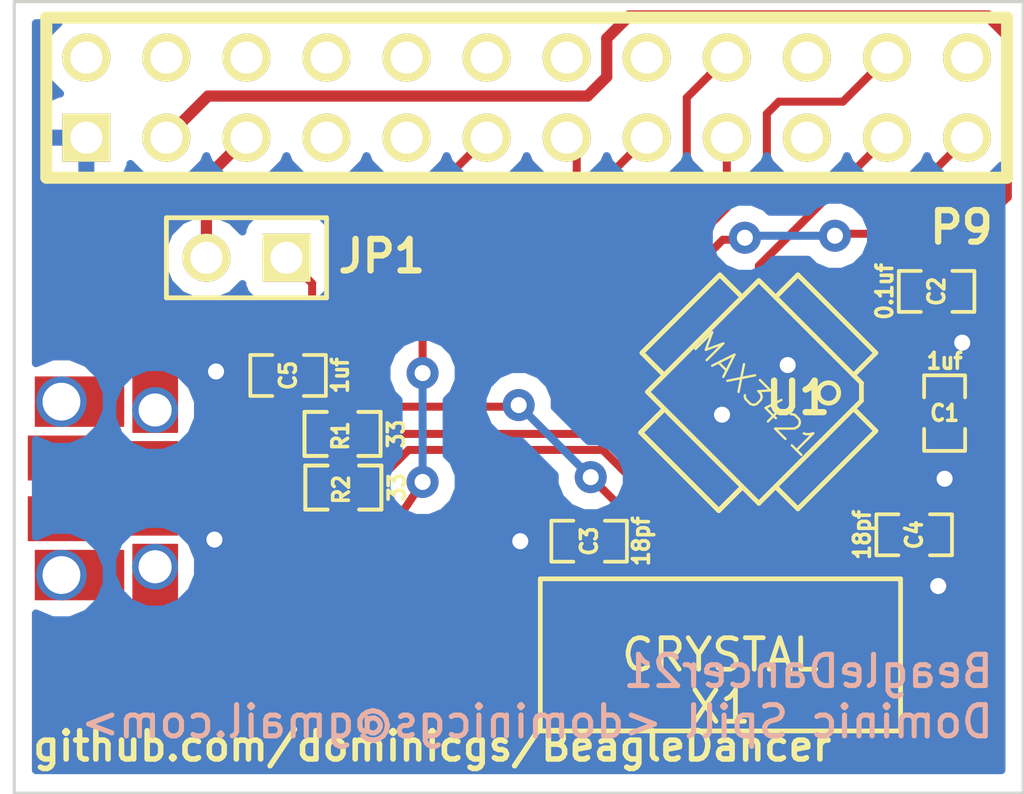
<source format=kicad_pcb>
(kicad_pcb (version 3) (host pcbnew "(2013-mar-13)-testing")

  (general
    (links 32)
    (no_connects 0)
    (area 191.001227 135.0518 230.428001 161.816001)
    (thickness 1.6)
    (drawings 9)
    (tracks 158)
    (zones 0)
    (modules 12)
    (nets 48)
  )

  (page A3)
  (title_block
    (title BeagleDancer)
    (comment 1 "License: BSD 3-Clause, http://goodfet.sourceforge.net/")
    (comment 2 "Copyright 2013 Dominic Spill")
  )

  (layers
    (15 F.Cu signal)
    (0 B.Cu signal)
    (16 B.Adhes user)
    (17 F.Adhes user)
    (18 B.Paste user)
    (19 F.Paste user)
    (20 B.SilkS user hide)
    (21 F.SilkS user)
    (22 B.Mask user)
    (23 F.Mask user)
    (24 Dwgs.User user)
    (25 Cmts.User user)
    (26 Eco1.User user)
    (27 Eco2.User user)
    (28 Edge.Cuts user)
  )

  (setup
    (last_trace_width 0.254)
    (trace_clearance 0.2032)
    (zone_clearance 0.508)
    (zone_45_only no)
    (trace_min 0.2032)
    (segment_width 0.2)
    (edge_width 0.1)
    (via_size 1.016)
    (via_drill 0.508)
    (via_min_size 0.889)
    (via_min_drill 0.508)
    (uvia_size 0.508)
    (uvia_drill 0.127)
    (uvias_allowed no)
    (uvia_min_size 0.508)
    (uvia_min_drill 0.127)
    (pcb_text_width 0.3)
    (pcb_text_size 1.5 1.5)
    (mod_edge_width 0.15)
    (mod_text_size 1 1)
    (mod_text_width 0.15)
    (pad_size 5.588 2.1082)
    (pad_drill 0)
    (pad_to_mask_clearance 0)
    (aux_axis_origin 0 0)
    (visible_elements FFFFFF7F)
    (pcbplotparams
      (layerselection 284196865)
      (usegerberextensions true)
      (excludeedgelayer true)
      (linewidth 0.150000)
      (plotframeref false)
      (viasonmask false)
      (mode 1)
      (useauxorigin false)
      (hpglpennumber 1)
      (hpglpenspeed 20)
      (hpglpendiameter 15)
      (hpglpenoverlay 2)
      (psnegative false)
      (psa4output false)
      (plotreference true)
      (plotvalue true)
      (plotothertext true)
      (plotinvisibletext false)
      (padsonsilk false)
      (subtractmaskfromsilk false)
      (outputformat 1)
      (mirror false)
      (drillshape 0)
      (scaleselection 1)
      (outputdirectory gerber/))
  )

  (net 0 "")
  (net 1 +3.3V)
  (net 2 +5V)
  (net 3 /D+)
  (net 4 /D-)
  (net 5 /RES)
  (net 6 /VBCOMP)
  (net 7 /XI)
  (net 8 /XO)
  (net 9 GND)
  (net 10 GPX)
  (net 11 INT)
  (net 12 N-000001)
  (net 13 N-0000010)
  (net 14 N-0000011)
  (net 15 N-0000012)
  (net 16 N-0000013)
  (net 17 N-0000014)
  (net 18 N-0000015)
  (net 19 N-0000017)
  (net 20 N-0000019)
  (net 21 N-0000021)
  (net 22 N-0000022)
  (net 23 N-0000028)
  (net 24 N-0000029)
  (net 25 N-000003)
  (net 26 N-0000030)
  (net 27 N-0000031)
  (net 28 N-0000032)
  (net 29 N-0000033)
  (net 30 N-0000035)
  (net 31 N-0000036)
  (net 32 N-0000037)
  (net 33 N-0000038)
  (net 34 N-0000039)
  (net 35 N-000004)
  (net 36 N-0000040)
  (net 37 N-0000041)
  (net 38 N-000005)
  (net 39 N-000006)
  (net 40 N-000007)
  (net 41 N-000008)
  (net 42 N-000009)
  (net 43 SPI0_CS0)
  (net 44 SPI0_D0)
  (net 45 SPI0_D1)
  (net 46 SPI0_SCLK)
  (net 47 USB_ID)

  (net_class Default "This is the default net class."
    (clearance 0.2032)
    (trace_width 0.254)
    (via_dia 1.016)
    (via_drill 0.508)
    (uvia_dia 0.508)
    (uvia_drill 0.127)
    (add_net "")
    (add_net /D+)
    (add_net /D-)
    (add_net /RES)
    (add_net /VBCOMP)
    (add_net /XI)
    (add_net /XO)
    (add_net GND)
    (add_net GPX)
    (add_net INT)
    (add_net N-000001)
    (add_net N-0000010)
    (add_net N-0000011)
    (add_net N-0000012)
    (add_net N-0000013)
    (add_net N-0000014)
    (add_net N-0000015)
    (add_net N-0000017)
    (add_net N-0000019)
    (add_net N-0000021)
    (add_net N-0000022)
    (add_net N-0000028)
    (add_net N-0000029)
    (add_net N-000003)
    (add_net N-0000030)
    (add_net N-0000031)
    (add_net N-0000032)
    (add_net N-0000033)
    (add_net N-0000035)
    (add_net N-0000036)
    (add_net N-0000037)
    (add_net N-0000038)
    (add_net N-0000039)
    (add_net N-000004)
    (add_net N-0000040)
    (add_net N-0000041)
    (add_net N-000005)
    (add_net N-000006)
    (add_net N-000007)
    (add_net N-000008)
    (add_net N-000009)
    (add_net SPI0_CS0)
    (add_net SPI0_D0)
    (add_net SPI0_D1)
    (add_net SPI0_SCLK)
    (add_net USB_ID)
  )

  (net_class Power ""
    (clearance 0.2032)
    (trace_width 0.29)
    (via_dia 1.016)
    (via_drill 0.508)
    (uvia_dia 0.508)
    (uvia_drill 0.127)
    (add_net +3.3V)
    (add_net +5V)
  )

  (module HC49-US (layer F.Cu) (tedit 51D3B519) (tstamp 51D3B17E)
    (at 220.7768 157.3784)
    (path /51D39898)
    (fp_text reference X1 (at 0 1.651) (layer F.SilkS)
      (effects (font (size 1 1) (thickness 0.15)))
    )
    (fp_text value CRYSTAL (at 0 0) (layer F.SilkS)
      (effects (font (size 1 1) (thickness 0.15)))
    )
    (fp_line (start -5.715 2.413) (end 5.715 2.413) (layer F.SilkS) (width 0.15))
    (fp_line (start 5.715 2.413) (end 5.715 -2.413) (layer F.SilkS) (width 0.15))
    (fp_line (start -5.715 -2.413) (end -5.715 2.413) (layer F.SilkS) (width 0.15))
    (fp_line (start -5.715 -2.413) (end 5.715 -2.413) (layer F.SilkS) (width 0.15))
    (fp_text user "" (at 0.01 -3.47) (layer F.SilkS)
      (effects (font (size 1 1) (thickness 0.15)))
    )
    (pad 1 smd rect (at -4.7498 0) (size 5.588 2.1082)
      (layers F.Cu F.Paste F.Mask)
      (net 7 /XI)
    )
    (pad 2 smd rect (at 4.7498 0) (size 5.588 2.1082)
      (layers F.Cu F.Paste F.Mask)
      (net 8 /XO)
    )
  )

  (module SM0603_Capa (layer F.Cu) (tedit 518DF3F7) (tstamp 518C9341)
    (at 227.8888 149.7076 270)
    (path /518C698C)
    (attr smd)
    (fp_text reference C1 (at 0 0 360) (layer F.SilkS)
      (effects (font (size 0.508 0.4572) (thickness 0.1143)))
    )
    (fp_text value 1uf (at -1.651 0 360) (layer F.SilkS)
      (effects (font (size 0.508 0.4572) (thickness 0.1143)))
    )
    (fp_line (start 0.50038 0.65024) (end 1.19888 0.65024) (layer F.SilkS) (width 0.11938))
    (fp_line (start -0.50038 0.65024) (end -1.19888 0.65024) (layer F.SilkS) (width 0.11938))
    (fp_line (start 0.50038 -0.65024) (end 1.19888 -0.65024) (layer F.SilkS) (width 0.11938))
    (fp_line (start -1.19888 -0.65024) (end -0.50038 -0.65024) (layer F.SilkS) (width 0.11938))
    (fp_line (start 1.19888 -0.635) (end 1.19888 0.635) (layer F.SilkS) (width 0.11938))
    (fp_line (start -1.19888 0.635) (end -1.19888 -0.635) (layer F.SilkS) (width 0.11938))
    (pad 1 smd rect (at -0.762 0 270) (size 0.635 1.143)
      (layers F.Cu F.Paste F.Mask)
      (net 1 +3.3V)
    )
    (pad 2 smd rect (at 0.762 0 270) (size 0.635 1.143)
      (layers F.Cu F.Paste F.Mask)
      (net 9 GND)
    )
    (model smd\capacitors\C0603.wrl
      (at (xyz 0 0 0.001))
      (scale (xyz 0.5 0.5 0.5))
      (rotate (xyz 0 0 0))
    )
  )

  (module SM0603_Capa (layer F.Cu) (tedit 5051B1EC) (tstamp 51D3B59B)
    (at 227.6348 145.8468)
    (path /518C697D)
    (attr smd)
    (fp_text reference C2 (at 0 0 90) (layer F.SilkS)
      (effects (font (size 0.508 0.4572) (thickness 0.1143)))
    )
    (fp_text value 0.1uf (at -1.651 0 90) (layer F.SilkS)
      (effects (font (size 0.508 0.4572) (thickness 0.1143)))
    )
    (fp_line (start 0.50038 0.65024) (end 1.19888 0.65024) (layer F.SilkS) (width 0.11938))
    (fp_line (start -0.50038 0.65024) (end -1.19888 0.65024) (layer F.SilkS) (width 0.11938))
    (fp_line (start 0.50038 -0.65024) (end 1.19888 -0.65024) (layer F.SilkS) (width 0.11938))
    (fp_line (start -1.19888 -0.65024) (end -0.50038 -0.65024) (layer F.SilkS) (width 0.11938))
    (fp_line (start 1.19888 -0.635) (end 1.19888 0.635) (layer F.SilkS) (width 0.11938))
    (fp_line (start -1.19888 0.635) (end -1.19888 -0.635) (layer F.SilkS) (width 0.11938))
    (pad 1 smd rect (at -0.762 0) (size 0.635 1.143)
      (layers F.Cu F.Paste F.Mask)
      (net 1 +3.3V)
    )
    (pad 2 smd rect (at 0.762 0) (size 0.635 1.143)
      (layers F.Cu F.Paste F.Mask)
      (net 9 GND)
    )
    (model smd\capacitors\C0603.wrl
      (at (xyz 0 0 0.001))
      (scale (xyz 0.5 0.5 0.5))
      (rotate (xyz 0 0 0))
    )
  )

  (module SM0603_Capa (layer F.Cu) (tedit 5051B1EC) (tstamp 51905F48)
    (at 216.6112 153.7716 180)
    (path /518C696E)
    (attr smd)
    (fp_text reference C3 (at 0 0 270) (layer F.SilkS)
      (effects (font (size 0.508 0.4572) (thickness 0.1143)))
    )
    (fp_text value 18pf (at -1.651 0 270) (layer F.SilkS)
      (effects (font (size 0.508 0.4572) (thickness 0.1143)))
    )
    (fp_line (start 0.50038 0.65024) (end 1.19888 0.65024) (layer F.SilkS) (width 0.11938))
    (fp_line (start -0.50038 0.65024) (end -1.19888 0.65024) (layer F.SilkS) (width 0.11938))
    (fp_line (start 0.50038 -0.65024) (end 1.19888 -0.65024) (layer F.SilkS) (width 0.11938))
    (fp_line (start -1.19888 -0.65024) (end -0.50038 -0.65024) (layer F.SilkS) (width 0.11938))
    (fp_line (start 1.19888 -0.635) (end 1.19888 0.635) (layer F.SilkS) (width 0.11938))
    (fp_line (start -1.19888 0.635) (end -1.19888 -0.635) (layer F.SilkS) (width 0.11938))
    (pad 1 smd rect (at -0.762 0 180) (size 0.635 1.143)
      (layers F.Cu F.Paste F.Mask)
      (net 7 /XI)
    )
    (pad 2 smd rect (at 0.762 0 180) (size 0.635 1.143)
      (layers F.Cu F.Paste F.Mask)
      (net 9 GND)
    )
    (model smd\capacitors\C0603.wrl
      (at (xyz 0 0 0.001))
      (scale (xyz 0.5 0.5 0.5))
      (rotate (xyz 0 0 0))
    )
  )

  (module SM0603_Capa (layer F.Cu) (tedit 5051B1EC) (tstamp 518D8BD1)
    (at 226.9236 153.5684)
    (path /518C69B4)
    (attr smd)
    (fp_text reference C4 (at 0 0 90) (layer F.SilkS)
      (effects (font (size 0.508 0.4572) (thickness 0.1143)))
    )
    (fp_text value 18pf (at -1.651 0 90) (layer F.SilkS)
      (effects (font (size 0.508 0.4572) (thickness 0.1143)))
    )
    (fp_line (start 0.50038 0.65024) (end 1.19888 0.65024) (layer F.SilkS) (width 0.11938))
    (fp_line (start -0.50038 0.65024) (end -1.19888 0.65024) (layer F.SilkS) (width 0.11938))
    (fp_line (start 0.50038 -0.65024) (end 1.19888 -0.65024) (layer F.SilkS) (width 0.11938))
    (fp_line (start -1.19888 -0.65024) (end -0.50038 -0.65024) (layer F.SilkS) (width 0.11938))
    (fp_line (start 1.19888 -0.635) (end 1.19888 0.635) (layer F.SilkS) (width 0.11938))
    (fp_line (start -1.19888 0.635) (end -1.19888 -0.635) (layer F.SilkS) (width 0.11938))
    (pad 1 smd rect (at -0.762 0) (size 0.635 1.143)
      (layers F.Cu F.Paste F.Mask)
      (net 8 /XO)
    )
    (pad 2 smd rect (at 0.762 0) (size 0.635 1.143)
      (layers F.Cu F.Paste F.Mask)
      (net 9 GND)
    )
    (model smd\capacitors\C0603.wrl
      (at (xyz 0 0 0.001))
      (scale (xyz 0.5 0.5 0.5))
      (rotate (xyz 0 0 0))
    )
  )

  (module SM0603_Capa (layer F.Cu) (tedit 518D82CE) (tstamp 518C9371)
    (at 207.0608 148.5138 180)
    (path /518C699B)
    (attr smd)
    (fp_text reference C5 (at 0 0 270) (layer F.SilkS)
      (effects (font (size 0.508 0.4572) (thickness 0.1143)))
    )
    (fp_text value 1uf (at -1.651 0 270) (layer F.SilkS)
      (effects (font (size 0.508 0.4572) (thickness 0.1143)))
    )
    (fp_line (start 0.50038 0.65024) (end 1.19888 0.65024) (layer F.SilkS) (width 0.11938))
    (fp_line (start -0.50038 0.65024) (end -1.19888 0.65024) (layer F.SilkS) (width 0.11938))
    (fp_line (start 0.50038 -0.65024) (end 1.19888 -0.65024) (layer F.SilkS) (width 0.11938))
    (fp_line (start -1.19888 -0.65024) (end -0.50038 -0.65024) (layer F.SilkS) (width 0.11938))
    (fp_line (start 1.19888 -0.635) (end 1.19888 0.635) (layer F.SilkS) (width 0.11938))
    (fp_line (start -1.19888 0.635) (end -1.19888 -0.635) (layer F.SilkS) (width 0.11938))
    (pad 1 smd rect (at -0.762 0 180) (size 0.635 1.143)
      (layers F.Cu F.Paste F.Mask)
      (net 6 /VBCOMP)
    )
    (pad 2 smd rect (at 0.762 0 180) (size 0.635 1.143)
      (layers F.Cu F.Paste F.Mask)
      (net 9 GND)
    )
    (model smd\capacitors\C0603.wrl
      (at (xyz 0 0 0.001))
      (scale (xyz 0.5 0.5 0.5))
      (rotate (xyz 0 0 0))
    )
  )

  (module pin_array_12x2 (layer F.Cu) (tedit 518DF3DF) (tstamp 518D9099)
    (at 214.63 139.7)
    (descr "Double rangee de contacts 2 x 12 pins")
    (tags CONN)
    (path /518C84D3)
    (fp_text reference P9 (at 0 -3.81) (layer F.SilkS) hide
      (effects (font (size 1.016 1.016) (thickness 0.254)))
    )
    (fp_text value BeagleBone (at 0 3.81) (layer F.SilkS) hide
      (effects (font (size 1.016 1.016) (thickness 0.2032)))
    )
    (fp_line (start -15.24 -2.54) (end -15.24 2.54) (layer F.SilkS) (width 0.381))
    (fp_line (start -15.24 2.54) (end 15.24 2.54) (layer F.SilkS) (width 0.381))
    (fp_line (start 15.24 2.54) (end 15.24 -2.54) (layer F.SilkS) (width 0.381))
    (fp_line (start 15.24 -2.54) (end -15.24 -2.54) (layer F.SilkS) (width 0.381))
    (pad 1 thru_hole rect (at -13.97 1.27) (size 1.524 1.524) (drill 1.016)
      (layers *.Cu *.Mask F.SilkS)
      (net 9 GND)
    )
    (pad 2 thru_hole circle (at -13.97 -1.27) (size 1.524 1.524) (drill 1.016)
      (layers *.Cu *.Mask F.SilkS)
      (net 26 N-0000030)
    )
    (pad 3 thru_hole circle (at -11.43 1.27) (size 1.524 1.524) (drill 1.016)
      (layers *.Cu *.Mask F.SilkS)
      (net 1 +3.3V)
    )
    (pad 4 thru_hole circle (at -11.43 -1.27) (size 1.524 1.524) (drill 1.016)
      (layers *.Cu *.Mask F.SilkS)
      (net 27 N-0000031)
    )
    (pad 5 thru_hole circle (at -8.89 1.27) (size 1.524 1.524) (drill 1.016)
      (layers *.Cu *.Mask F.SilkS)
      (net 2 +5V)
    )
    (pad 6 thru_hole circle (at -8.89 -1.27) (size 1.524 1.524) (drill 1.016)
      (layers *.Cu *.Mask F.SilkS)
      (net 28 N-0000032)
    )
    (pad 7 thru_hole circle (at -6.35 1.27) (size 1.524 1.524) (drill 1.016)
      (layers *.Cu *.Mask F.SilkS)
      (net 37 N-0000041)
    )
    (pad 8 thru_hole circle (at -6.35 -1.27) (size 1.524 1.524) (drill 1.016)
      (layers *.Cu *.Mask F.SilkS)
      (net 29 N-0000033)
    )
    (pad 9 thru_hole circle (at -3.81 1.27) (size 1.524 1.524) (drill 1.016)
      (layers *.Cu *.Mask F.SilkS)
      (net 36 N-0000040)
    )
    (pad 10 thru_hole circle (at -3.81 -1.27) (size 1.524 1.524) (drill 1.016)
      (layers *.Cu *.Mask F.SilkS)
      (net 23 N-0000028)
    )
    (pad 11 thru_hole circle (at -1.27 1.27) (size 1.524 1.524) (drill 1.016)
      (layers *.Cu *.Mask F.SilkS)
      (net 47 USB_ID)
    )
    (pad 12 thru_hole circle (at -1.27 -1.27) (size 1.524 1.524) (drill 1.016)
      (layers *.Cu *.Mask F.SilkS)
      (net 30 N-0000035)
    )
    (pad 13 thru_hole circle (at 1.27 1.27) (size 1.524 1.524) (drill 1.016)
      (layers *.Cu *.Mask F.SilkS)
      (net 10 GPX)
    )
    (pad 14 thru_hole circle (at 1.27 -1.27) (size 1.524 1.524) (drill 1.016)
      (layers *.Cu *.Mask F.SilkS)
      (net 31 N-0000036)
    )
    (pad 15 thru_hole circle (at 3.81 1.27) (size 1.524 1.524) (drill 1.016)
      (layers *.Cu *.Mask F.SilkS)
      (net 11 INT)
    )
    (pad 16 thru_hole circle (at 3.81 -1.27) (size 1.524 1.524) (drill 1.016)
      (layers *.Cu *.Mask F.SilkS)
      (net 32 N-0000037)
    )
    (pad 17 thru_hole circle (at 6.35 1.27) (size 1.524 1.524) (drill 1.016)
      (layers *.Cu *.Mask F.SilkS)
      (net 43 SPI0_CS0)
    )
    (pad 18 thru_hole circle (at 6.35 -1.27) (size 1.524 1.524) (drill 1.016)
      (layers *.Cu *.Mask F.SilkS)
      (net 45 SPI0_D1)
    )
    (pad 19 thru_hole circle (at 8.89 1.27) (size 1.524 1.524) (drill 1.016)
      (layers *.Cu *.Mask F.SilkS)
      (net 19 N-0000017)
    )
    (pad 20 thru_hole circle (at 8.89 -1.27) (size 1.524 1.524) (drill 1.016)
      (layers *.Cu *.Mask F.SilkS)
      (net 33 N-0000038)
    )
    (pad 21 thru_hole circle (at 11.43 1.27) (size 1.524 1.524) (drill 1.016)
      (layers *.Cu *.Mask F.SilkS)
      (net 44 SPI0_D0)
    )
    (pad 22 thru_hole circle (at 11.43 -1.27) (size 1.524 1.524) (drill 1.016)
      (layers *.Cu *.Mask F.SilkS)
      (net 46 SPI0_SCLK)
    )
    (pad 23 thru_hole circle (at 13.97 1.27) (size 1.524 1.524) (drill 1.016)
      (layers *.Cu *.Mask F.SilkS)
      (net 5 /RES)
    )
    (pad 24 thru_hole circle (at 13.97 -1.27) (size 1.524 1.524) (drill 1.016)
      (layers *.Cu *.Mask F.SilkS)
      (net 34 N-0000039)
    )
    (model pin_array/pins_array_12x2.wrl
      (at (xyz 0 0 0))
      (scale (xyz 1 1 1))
      (rotate (xyz 0 0 0))
    )
  )

  (module SM0603_Resistor (layer F.Cu) (tedit 5051B21B) (tstamp 518C93A9)
    (at 208.788 150.368 180)
    (path /518C69C3)
    (attr smd)
    (fp_text reference R1 (at 0.0635 -0.0635 270) (layer F.SilkS)
      (effects (font (size 0.50038 0.4572) (thickness 0.1143)))
    )
    (fp_text value 33 (at -1.69926 0 270) (layer F.SilkS)
      (effects (font (size 0.508 0.4572) (thickness 0.1143)))
    )
    (fp_line (start -0.50038 -0.6985) (end -1.2065 -0.6985) (layer F.SilkS) (width 0.127))
    (fp_line (start -1.2065 -0.6985) (end -1.2065 0.6985) (layer F.SilkS) (width 0.127))
    (fp_line (start -1.2065 0.6985) (end -0.50038 0.6985) (layer F.SilkS) (width 0.127))
    (fp_line (start 1.2065 -0.6985) (end 0.50038 -0.6985) (layer F.SilkS) (width 0.127))
    (fp_line (start 1.2065 -0.6985) (end 1.2065 0.6985) (layer F.SilkS) (width 0.127))
    (fp_line (start 1.2065 0.6985) (end 0.50038 0.6985) (layer F.SilkS) (width 0.127))
    (pad 1 smd rect (at -0.762 0 180) (size 0.635 1.143)
      (layers F.Cu F.Paste F.Mask)
      (net 4 /D-)
    )
    (pad 2 smd rect (at 0.762 0 180) (size 0.635 1.143)
      (layers F.Cu F.Paste F.Mask)
      (net 21 N-0000021)
    )
    (model smd\resistors\R0603.wrl
      (at (xyz 0 0 0.001))
      (scale (xyz 0.5 0.5 0.5))
      (rotate (xyz 0 0 0))
    )
  )

  (module SM0603_Resistor (layer F.Cu) (tedit 5051B21B) (tstamp 518C93B5)
    (at 208.8134 152.0698 180)
    (path /518C69D2)
    (attr smd)
    (fp_text reference R2 (at 0.0635 -0.0635 270) (layer F.SilkS)
      (effects (font (size 0.50038 0.4572) (thickness 0.1143)))
    )
    (fp_text value 33 (at -1.69926 0 270) (layer F.SilkS)
      (effects (font (size 0.508 0.4572) (thickness 0.1143)))
    )
    (fp_line (start -0.50038 -0.6985) (end -1.2065 -0.6985) (layer F.SilkS) (width 0.127))
    (fp_line (start -1.2065 -0.6985) (end -1.2065 0.6985) (layer F.SilkS) (width 0.127))
    (fp_line (start -1.2065 0.6985) (end -0.50038 0.6985) (layer F.SilkS) (width 0.127))
    (fp_line (start 1.2065 -0.6985) (end 0.50038 -0.6985) (layer F.SilkS) (width 0.127))
    (fp_line (start 1.2065 -0.6985) (end 1.2065 0.6985) (layer F.SilkS) (width 0.127))
    (fp_line (start 1.2065 0.6985) (end 0.50038 0.6985) (layer F.SilkS) (width 0.127))
    (pad 1 smd rect (at -0.762 0 180) (size 0.635 1.143)
      (layers F.Cu F.Paste F.Mask)
      (net 3 /D+)
    )
    (pad 2 smd rect (at 0.762 0 180) (size 0.635 1.143)
      (layers F.Cu F.Paste F.Mask)
      (net 22 N-0000022)
    )
    (model smd\resistors\R0603.wrl
      (at (xyz 0 0 0.001))
      (scale (xyz 0.5 0.5 0.5))
      (rotate (xyz 0 0 0))
    )
  )

  (module GSG-USB-MICROB-FCI-10103594 (layer F.Cu) (tedit 51905E19) (tstamp 518D7A94)
    (at 198.1708 152.0952)
    (path /518D757C)
    (fp_text reference J1 (at 2.49936 0) (layer F.SilkS) hide
      (effects (font (thickness 0.3048)))
    )
    (fp_text value USB-MICRO-B (at 2.49936 0) (layer F.SilkS) hide
      (effects (font (thickness 0.3048)))
    )
    (pad 1 smd rect (at 4.52374 -1.30048) (size 1.75006 0.39878)
      (layers F.Cu F.Paste F.Mask)
      (net 6 /VBCOMP)
      (die_length -2147.483648)
      (solder_mask_margin 0.1016)
      (clearance 0.2032)
    )
    (pad 2 smd rect (at 4.52374 -0.65024) (size 1.75006 0.39878)
      (layers F.Cu F.Paste F.Mask)
      (net 21 N-0000021)
      (die_length 0.28702)
      (solder_mask_margin 0.1016)
      (clearance 0.2032)
    )
    (pad 3 smd rect (at 4.52374 0) (size 1.75006 0.39878)
      (layers F.Cu F.Paste F.Mask)
      (net 22 N-0000022)
      (die_length -2147.483648)
      (solder_mask_margin 0.1016)
      (clearance 0.2032)
    )
    (pad 4 smd rect (at 4.52374 0.65024) (size 1.75006 0.39878)
      (layers F.Cu F.Paste F.Mask)
      (net 47 USB_ID)
      (die_length 0.08128)
      (solder_mask_margin 0.1016)
      (clearance 0.2032)
    )
    (pad 5 smd rect (at 4.52374 1.30048) (size 1.75006 0.39878)
      (layers F.Cu F.Paste F.Mask)
      (net 9 GND)
      (die_length 0.04064)
      (solder_mask_margin 0.1016)
      (clearance 0.2032)
    )
    (pad "" smd rect (at 1.66624 -0.96266) (size 2.06756 1.42494)
      (layers F.Cu F.Paste F.Mask)
      (die_length -2147.483648)
    )
    (pad "" smd rect (at 1.66624 0.96266) (size 2.06756 1.42494)
      (layers F.Cu F.Paste F.Mask)
      (die_length 0.7747)
    )
    (pad "" smd rect (at 4.6736 -2.82956) (size 1.45034 2.14122)
      (layers F.Cu F.Paste F.Mask)
      (die_length -2147.483648)
    )
    (pad "" smd rect (at 4.6736 2.82956) (size 1.45034 2.14122)
      (layers F.Cu F.Paste F.Mask)
      (die_length -2147.483648)
    )
    (pad "" smd rect (at 3.37058 -2.98704) (size 0.635 1.82626)
      (layers F.Cu F.Paste F.Mask)
      (die_length 3.40614)
    )
    (pad "" smd rect (at 3.37058 2.98704) (size 0.635 1.82626)
      (layers F.Cu F.Paste F.Mask)
      (die_length -2147.483648)
    )
    (pad "" smd rect (at 2.27076 -2.75082) (size 2.83464 1.6002)
      (layers F.Cu F.Paste F.Mask)
      (die_length -2147.483648)
    )
    (pad "" smd rect (at 2.27076 2.75082) (size 2.83464 1.6002)
      (layers F.Cu F.Paste F.Mask)
      (die_length -2147.483648)
    )
    (pad "" thru_hole circle (at 1.69926 -2.75082) (size 1.6002 1.6002) (drill 1.19888)
      (layers *.Cu *.Mask F.Paste)
      (die_length -2147.483648)
    )
    (pad "" thru_hole circle (at 1.69926 2.75082) (size 1.6002 1.6002) (drill 1.19888)
      (layers *.Cu *.Mask F.Paste)
      (die_length -2147.483648)
    )
    (pad "" thru_hole circle (at 4.67106 -2.48666) (size 1.45034 1.45034) (drill 1.04902)
      (layers *.Cu *.Mask F.Paste)
      (die_length -2147.483648)
    )
    (pad "" thru_hole circle (at 4.67106 2.48666) (size 1.45034 1.45034) (drill 1.04902)
      (layers *.Cu *.Mask F.Paste)
      (die_length 0.28702)
    )
  )

  (module PIN_ARRAY_2X1 (layer F.Cu) (tedit 51905E11) (tstamp 518D7796)
    (at 205.74 144.78 180)
    (descr "Connecteurs 2 pins")
    (tags "CONN DEV")
    (path /518D74A5)
    (fp_text reference JP1 (at 0 -1.905 180) (layer F.SilkS) hide
      (effects (font (size 0.762 0.762) (thickness 0.1524)))
    )
    (fp_text value JUMPER (at 0 -1.905 180) (layer F.SilkS) hide
      (effects (font (size 0.762 0.762) (thickness 0.1524)))
    )
    (fp_line (start -2.54 1.27) (end -2.54 -1.27) (layer F.SilkS) (width 0.1524))
    (fp_line (start -2.54 -1.27) (end 2.54 -1.27) (layer F.SilkS) (width 0.1524))
    (fp_line (start 2.54 -1.27) (end 2.54 1.27) (layer F.SilkS) (width 0.1524))
    (fp_line (start 2.54 1.27) (end -2.54 1.27) (layer F.SilkS) (width 0.1524))
    (pad 1 thru_hole rect (at -1.27 0 180) (size 1.524 1.524) (drill 1.016)
      (layers *.Cu *.Mask F.SilkS)
      (net 6 /VBCOMP)
    )
    (pad 2 thru_hole circle (at 1.27 0 180) (size 1.524 1.524) (drill 1.016)
      (layers *.Cu *.Mask F.SilkS)
      (net 2 +5V)
    )
    (model pin_array/pins_array_2x1.wrl
      (at (xyz 0 0 0))
      (scale (xyz 1 1 1))
      (rotate (xyz 0 0 0))
    )
  )

  (module MAX3421 (layer F.Cu) (tedit 53302C1A) (tstamp 51D3B465)
    (at 221.996 149.0345 135)
    (path /518C6E3D)
    (fp_text reference U1 (at 0.1 0.725 135) (layer F.SilkS) hide
      (effects (font (size 0.75 0.75) (thickness 0.075)))
    )
    (fp_text value MAX3421 (at 0.026941 -0.116743 135) (layer F.SilkS)
      (effects (font (size 0.75 0.75) (thickness 0.075)))
    )
    (fp_line (start -2.1125 2.4875) (end -2.4875 2.1125) (layer F.SilkS) (width 0.15))
    (fp_circle (center -1.5875 1.5375) (end -1.7125 1.2375) (layer F.SilkS) (width 0.15))
    (fp_line (start -2.5 -1.75) (end -3.5 -1.75) (layer F.SilkS) (width 0.15))
    (fp_line (start -3.5 -1.75) (end -3.5 1.75) (layer F.SilkS) (width 0.15))
    (fp_line (start -3.5 1.75) (end -2.5 1.75) (layer F.SilkS) (width 0.15))
    (fp_line (start 2.5 1.75) (end 3.5 1.75) (layer F.SilkS) (width 0.15))
    (fp_line (start 3.5 1.75) (end 3.5 -1.75) (layer F.SilkS) (width 0.15))
    (fp_line (start 3.5 -1.75) (end 2.5 -1.75) (layer F.SilkS) (width 0.15))
    (fp_line (start -1.75 2.5) (end -1.75 3.5) (layer F.SilkS) (width 0.15))
    (fp_line (start -1.75 3.5) (end 1.75 3.5) (layer F.SilkS) (width 0.15))
    (fp_line (start 1.75 3.5) (end 1.75 2.5) (layer F.SilkS) (width 0.15))
    (fp_line (start -1.7625 -3.5625) (end -1.7625 -2.5625) (layer F.SilkS) (width 0.15))
    (fp_line (start 1.7375 -3.5625) (end -1.7625 -3.5625) (layer F.SilkS) (width 0.15))
    (fp_line (start 1.7375 -2.5625) (end 1.7375 -3.5625) (layer F.SilkS) (width 0.15))
    (fp_line (start 1.7375 -2.5625) (end 1.7375 -3.5625) (layer F.SilkS) (width 0.15))
    (fp_line (start 1.7375 -3.5625) (end -1.7625 -3.5625) (layer F.SilkS) (width 0.15))
    (fp_line (start -1.7625 -3.5625) (end -1.7625 -2.5625) (layer F.SilkS) (width 0.15))
    (fp_line (start -1.7625 -3.5625) (end -1.7625 -2.5625) (layer F.SilkS) (width 0.15))
    (fp_line (start 1.7375 -3.5625) (end -1.7625 -3.5625) (layer F.SilkS) (width 0.15))
    (fp_line (start 1.7375 -2.5625) (end 1.7375 -3.5625) (layer F.SilkS) (width 0.15))
    (fp_line (start 1.7375 -2.5625) (end 1.7375 -3.5625) (layer F.SilkS) (width 0.15))
    (fp_line (start 1.7375 -3.5625) (end -1.7625 -3.5625) (layer F.SilkS) (width 0.15))
    (fp_line (start -1.7625 -3.5625) (end -1.7625 -2.5625) (layer F.SilkS) (width 0.15))
    (fp_line (start -2.5 -2.5) (end 2.5 -2.5) (layer F.SilkS) (width 0.15))
    (fp_line (start 2.5 -2.5) (end 2.5 2.475) (layer F.SilkS) (width 0.15))
    (fp_line (start 2.5 2.5) (end -2.1125 2.5) (layer F.SilkS) (width 0.15))
    (fp_line (start -2.5 2.1125) (end -2.5 -2.5) (layer F.SilkS) (width 0.15))
    (pad 1 smd rect (at -1.75 3.16 135) (size 0.27 1.45)
      (layers F.Cu F.Paste F.Mask)
      (net 25 N-000003)
    )
    (pad 2 smd rect (at -1.25 3.15 135) (size 0.27 1.45)
      (layers F.Cu F.Paste F.Mask)
      (net 1 +3.3V)
    )
    (pad 3 smd rect (at -0.75 3.16 135) (size 0.27 1.45)
      (layers F.Cu F.Paste F.Mask)
      (net 9 GND)
    )
    (pad 4 smd rect (at -0.25 3.16 135) (size 0.27 1.45)
      (layers F.Cu F.Paste F.Mask)
      (net 12 N-000001)
    )
    (pad 5 smd rect (at 0.25 3.16 135) (size 0.27 1.45)
      (layers F.Cu F.Paste F.Mask)
      (net 35 N-000004)
    )
    (pad 6 smd rect (at 0.75 3.16 135) (size 0.27 1.45)
      (layers F.Cu F.Paste F.Mask)
      (net 38 N-000005)
    )
    (pad 7 smd rect (at 1.25 3.16 135) (size 0.27 1.45)
      (layers F.Cu F.Paste F.Mask)
      (net 39 N-000006)
    )
    (pad 8 smd rect (at 1.75 3.16 135) (size 0.27 1.45)
      (layers F.Cu F.Paste F.Mask)
      (net 40 N-000007)
    )
    (pad 9 smd rect (at 3.16 1.75 45) (size 0.27 1.45)
      (layers F.Cu F.Paste F.Mask)
      (net 41 N-000008)
    )
    (pad 10 smd rect (at 3.16 1.25 45) (size 0.27 1.45)
      (layers F.Cu F.Paste F.Mask)
      (net 42 N-000009)
    )
    (pad 11 smd rect (at 3.16 0.75 45) (size 0.27 1.45)
      (layers F.Cu F.Paste F.Mask)
      (net 13 N-0000010)
    )
    (pad 12 smd rect (at 3.16 0.25 45) (size 0.27 1.45)
      (layers F.Cu F.Paste F.Mask)
      (net 5 /RES)
    )
    (pad 13 smd rect (at 3.16 -0.25 45) (size 0.27 1.45)
      (layers F.Cu F.Paste F.Mask)
      (net 46 SPI0_SCLK)
    )
    (pad 14 smd rect (at 3.16 -0.75 45) (size 0.27 1.45)
      (layers F.Cu F.Paste F.Mask)
      (net 43 SPI0_CS0)
    )
    (pad 15 smd rect (at 3.16 -1.25 45) (size 0.27 1.45)
      (layers F.Cu F.Paste F.Mask)
      (net 44 SPI0_D0)
    )
    (pad 16 smd rect (at 3.16 -1.75 45) (size 0.27 1.45)
      (layers F.Cu F.Paste F.Mask)
      (net 45 SPI0_D1)
    )
    (pad 17 smd rect (at 1.75 -3.15 315) (size 0.27 1.45)
      (layers F.Cu F.Paste F.Mask)
      (net 10 GPX)
    )
    (pad 18 smd rect (at 1.25 -3.16 315) (size 0.27 1.45)
      (layers F.Cu F.Paste F.Mask)
      (net 11 INT)
    )
    (pad 19 smd rect (at 0.75 -3.16 315) (size 0.27 1.45)
      (layers F.Cu F.Paste F.Mask)
      (net 9 GND)
    )
    (pad 20 smd rect (at 0.25 -3.16 315) (size 0.27 1.45)
      (layers F.Cu F.Paste F.Mask)
      (net 4 /D-)
    )
    (pad 21 smd rect (at -0.25 -3.16 315) (size 0.27 1.45)
      (layers F.Cu F.Paste F.Mask)
      (net 3 /D+)
    )
    (pad 22 smd rect (at -0.75 -3.16 315) (size 0.27 1.45)
      (layers F.Cu F.Paste F.Mask)
      (net 6 /VBCOMP)
    )
    (pad 23 smd rect (at -1.25 -3.16 315) (size 0.27 1.45)
      (layers F.Cu F.Paste F.Mask)
      (net 1 +3.3V)
    )
    (pad 24 smd rect (at -1.75 -3.16 315) (size 0.27 1.45)
      (layers F.Cu F.Paste F.Mask)
      (net 7 /XI)
    )
    (pad 25 smd rect (at -3.16 -1.75 45) (size 0.27 1.45)
      (layers F.Cu F.Paste F.Mask)
      (net 8 /XO)
    )
    (pad 26 smd rect (at -3.16 -1.25 45) (size 0.27 1.45)
      (layers F.Cu F.Paste F.Mask)
      (net 24 N-0000029)
    )
    (pad 27 smd rect (at -3.16 -0.75 45) (size 0.27 1.45)
      (layers F.Cu F.Paste F.Mask)
      (net 20 N-0000019)
    )
    (pad 28 smd rect (at -3.16 -0.25 45) (size 0.27 1.45)
      (layers F.Cu F.Paste F.Mask)
      (net 18 N-0000015)
    )
    (pad 29 smd rect (at -3.16 0.25 45) (size 0.27 1.45)
      (layers F.Cu F.Paste F.Mask)
      (net 17 N-0000014)
    )
    (pad 30 smd rect (at -3.16 0.75 45) (size 0.27 1.45)
      (layers F.Cu F.Paste F.Mask)
      (net 16 N-0000013)
    )
    (pad 31 smd rect (at -3.16 1.25 45) (size 0.27 1.45)
      (layers F.Cu F.Paste F.Mask)
      (net 15 N-0000012)
    )
    (pad 32 smd rect (at -3.16 1.75 45) (size 0.27 1.45)
      (layers F.Cu F.Paste F.Mask)
      (net 14 N-0000011)
    )
  )

  (gr_text U1 (at 223.2406 149.225) (layer F.SilkS)
    (effects (font (size 1 1) (thickness 0.2)))
  )
  (gr_text JP1 (at 210.0326 144.7292) (layer F.SilkS)
    (effects (font (size 1 1) (thickness 0.2)))
  )
  (gr_line (start 230.378 161.766) (end 230.378 136.652) (angle 90) (layer Edge.Cuts) (width 0.1))
  (gr_line (start 198.374 161.766) (end 230.378 161.766) (angle 90) (layer Edge.Cuts) (width 0.1))
  (gr_line (start 198.374 136.652) (end 198.374 161.766) (angle 90) (layer Edge.Cuts) (width 0.1))
  (gr_line (start 230.378 136.652) (end 198.374 136.652) (angle 90) (layer Edge.Cuts) (width 0.1))
  (gr_text github.com/dominicgs/BeagleDancer (at 211.6328 160.274) (layer F.SilkS)
    (effects (font (size 0.9 0.9) (thickness 0.175)))
  )
  (gr_text P9 (at 228.4222 143.8148) (layer F.SilkS)
    (effects (font (size 1 1) (thickness 0.2)))
  )
  (gr_text "BeagleDancer21\nDominic Spill <dominicgs@gmail.com>" (at 229.5144 158.6992) (layer B.SilkS)
    (effects (font (size 0.992 0.9666) (thickness 0.16164)) (justify left mirror))
  )

  (segment (start 223.737134 149.061133) (end 227.773267 149.061133) (width 0.29) (layer F.Cu) (net 1))
  (segment (start 227.773267 149.061133) (end 227.8888 148.9456) (width 0.29) (layer F.Cu) (net 1) (tstamp 533037CB))
  (segment (start 226.8728 145.8468) (end 229.87 142.8496) (width 0.29) (layer F.Cu) (net 1))
  (segment (start 229.87 142.8496) (end 229.87 142.1384) (width 0.3048) (layer F.Cu) (net 1))
  (segment (start 226.8728 145.8468) (end 226.8728 145.925467) (width 0.29) (layer F.Cu) (net 1))
  (segment (start 226.8728 145.925467) (end 225.10727 147.690997) (width 0.29) (layer F.Cu) (net 1) (tstamp 53303239))
  (segment (start 225.9076 146.890667) (end 225.10727 147.690997) (width 0.3048) (layer F.Cu) (net 1) (tstamp 53303087))
  (segment (start 203.2 140.97) (end 204.5208 139.6492) (width 0.3556) (layer F.Cu) (net 1))
  (segment (start 204.5208 139.6492) (end 216.5604 139.6492) (width 0.3556) (layer F.Cu) (net 1) (tstamp 51D3BCBA))
  (segment (start 216.5604 139.6492) (end 217.17 139.0396) (width 0.3556) (layer F.Cu) (net 1) (tstamp 51D3BCBB))
  (segment (start 217.17 139.0396) (end 217.17 137.8204) (width 0.3556) (layer F.Cu) (net 1) (tstamp 51D3BCBC))
  (segment (start 217.17 137.8204) (end 217.8812 137.1092) (width 0.3556) (layer F.Cu) (net 1) (tstamp 51D3BCBD))
  (segment (start 217.8812 137.1092) (end 229.2604 137.1092) (width 0.3556) (layer F.Cu) (net 1) (tstamp 51D3BCBE))
  (segment (start 229.2604 137.1092) (end 229.87 137.7188) (width 0.3556) (layer F.Cu) (net 1) (tstamp 51D3BCBF))
  (segment (start 229.87 137.7188) (end 229.87 142.1384) (width 0.3556) (layer F.Cu) (net 1) (tstamp 51D3BCC0))
  (segment (start 229.87 142.1384) (end 229.87 142.1892) (width 0.3556) (layer F.Cu) (net 1) (tstamp 53303078))
  (segment (start 225.10727 147.690997) (end 223.737134 149.061133) (width 0.3048) (layer F.Cu) (net 1))
  (segment (start 223.737134 149.061133) (end 222.924334 149.873933) (width 0.3048) (layer F.Cu) (net 1) (tstamp 533037C9))
  (segment (start 222.924334 149.873933) (end 220.645426 152.152841) (width 0.3048) (layer F.Cu) (net 1) (tstamp 53303755))
  (segment (start 205.74 140.97) (end 204.47 142.24) (width 0.3556) (layer F.Cu) (net 2) (status 10))
  (segment (start 204.47 142.24) (end 204.47 144.78) (width 0.3556) (layer F.Cu) (net 2) (tstamp 518FCDAB) (status 20))
  (segment (start 209.5754 152.0698) (end 209.6897 152.0698) (width 0.254) (layer F.Cu) (net 3))
  (segment (start 219.047553 152.3365) (end 219.938319 151.445734) (width 0.254) (layer F.Cu) (net 3) (tstamp 51D3B9DB))
  (segment (start 218.5035 152.3365) (end 219.047553 152.3365) (width 0.254) (layer F.Cu) (net 3) (tstamp 51D3B9D9))
  (segment (start 217.043 150.876) (end 218.5035 152.3365) (width 0.254) (layer F.Cu) (net 3) (tstamp 51D3B9CF))
  (segment (start 210.8835 150.876) (end 217.043 150.876) (width 0.254) (layer F.Cu) (net 3) (tstamp 51D3B9CB))
  (segment (start 209.6897 152.0698) (end 210.8835 150.876) (width 0.254) (layer F.Cu) (net 3) (tstamp 51D3B9CA))
  (segment (start 209.55 150.368) (end 217.2335 150.368) (width 0.254) (layer F.Cu) (net 4))
  (segment (start 218.848447 151.8285) (end 219.584766 151.092181) (width 0.254) (layer F.Cu) (net 4) (tstamp 51D3B6A9))
  (segment (start 218.694 151.8285) (end 218.848447 151.8285) (width 0.254) (layer F.Cu) (net 4) (tstamp 51D3B6A8))
  (segment (start 217.2335 150.368) (end 218.694 151.8285) (width 0.254) (layer F.Cu) (net 4) (tstamp 51D3B6A6))
  (segment (start 209.554 150.372) (end 209.55 150.368) (width 0.254) (layer F.Cu) (net 4) (tstamp 518FCCA2) (status 30))
  (segment (start 209.5585 150.3595) (end 209.55 150.368) (width 0.2032) (layer F.Cu) (net 4) (tstamp 518F129B) (status 30))
  (segment (start 219.938319 146.623266) (end 219.938319 146.595819) (width 0.254) (layer F.Cu) (net 5))
  (segment (start 225.552 144.018) (end 228.6 140.97) (width 0.254) (layer F.Cu) (net 5) (tstamp 51D3BB52))
  (segment (start 224.4725 144.018) (end 225.552 144.018) (width 0.254) (layer F.Cu) (net 5) (tstamp 51D3BB4A))
  (segment (start 224.409 144.0815) (end 224.4725 144.018) (width 0.254) (layer F.Cu) (net 5) (tstamp 51D3BB49))
  (via (at 224.409 144.0815) (size 1.016) (layers F.Cu B.Cu) (net 5))
  (segment (start 221.615 144.0815) (end 224.409 144.0815) (width 0.254) (layer B.Cu) (net 5) (tstamp 51D3BB45))
  (segment (start 221.5515 144.145) (end 221.615 144.0815) (width 0.254) (layer B.Cu) (net 5) (tstamp 51D3BB44))
  (via (at 221.5515 144.145) (size 1.016) (layers F.Cu B.Cu) (net 5))
  (segment (start 221.488 144.2085) (end 221.5515 144.145) (width 0.254) (layer F.Cu) (net 5) (tstamp 51D3BB3F))
  (segment (start 220.853 144.2085) (end 221.488 144.2085) (width 0.254) (layer F.Cu) (net 5) (tstamp 51D3BB3A))
  (segment (start 219.202 145.8595) (end 220.853 144.2085) (width 0.254) (layer F.Cu) (net 5) (tstamp 51D3BB37))
  (segment (start 219.938319 146.595819) (end 219.202 145.8595) (width 0.254) (layer F.Cu) (net 5) (tstamp 51D3BB35))
  (segment (start 216.662 151.7396) (end 214.376 149.4536) (width 0.254) (layer B.Cu) (net 6))
  (segment (start 220.259912 151.799288) (end 219.2528 152.8064) (width 0.254) (layer F.Cu) (net 6) (tstamp 53302E1F))
  (segment (start 219.2528 152.8064) (end 217.7288 152.8064) (width 0.254) (layer F.Cu) (net 6) (tstamp 53302E22))
  (segment (start 217.7288 152.8064) (end 216.662 151.7396) (width 0.254) (layer F.Cu) (net 6) (tstamp 53302E25))
  (via (at 216.662 151.7396) (size 1.016) (layers F.Cu B.Cu) (net 6))
  (segment (start 220.291873 151.799288) (end 220.259912 151.799288) (width 0.254) (layer F.Cu) (net 6))
  (segment (start 209.6262 148.5138) (end 207.8228 148.5138) (width 0.254) (layer F.Cu) (net 6) (tstamp 53302EAF))
  (segment (start 210.6168 149.5044) (end 209.6262 148.5138) (width 0.254) (layer F.Cu) (net 6) (tstamp 53302EAC))
  (segment (start 214.3252 149.5044) (end 210.6168 149.5044) (width 0.254) (layer F.Cu) (net 6) (tstamp 53302EA3))
  (segment (start 214.376 149.4536) (end 214.3252 149.5044) (width 0.254) (layer F.Cu) (net 6) (tstamp 53302EA2))
  (via (at 214.376 149.4536) (size 1.016) (layers F.Cu B.Cu) (net 6))
  (segment (start 207.8228 148.5138) (end 207.8228 145.5928) (width 0.254) (layer F.Cu) (net 6) (status 10))
  (segment (start 207.8228 145.5928) (end 207.01 144.78) (width 0.254) (layer F.Cu) (net 6) (tstamp 518FE1AF) (status 20))
  (segment (start 202.69454 150.79472) (end 205.54188 150.79472) (width 0.254) (layer F.Cu) (net 6) (status 10))
  (segment (start 205.54188 150.79472) (end 206.0321 150.3045) (width 0.254) (layer F.Cu) (net 6) (tstamp 518FDD32) (status 20))
  (segment (start 206.0321 150.3045) (end 207.8228 148.5138) (width 0.254) (layer F.Cu) (net 6) (tstamp 51D3BD32) (status 20))
  (segment (start 217.3732 153.7716) (end 218.2368 153.7716) (width 0.254) (layer F.Cu) (net 7))
  (segment (start 218.7194 154.2542) (end 219.2528 154.2542) (width 0.254) (layer F.Cu) (net 7) (tstamp 53303800))
  (segment (start 218.2368 153.7716) (end 218.7194 154.2542) (width 0.254) (layer F.Cu) (net 7) (tstamp 533037FF))
  (segment (start 220.998979 152.506394) (end 220.998979 152.508021) (width 0.254) (layer F.Cu) (net 7))
  (segment (start 216.7255 156.7815) (end 216.4842 156.7815) (width 0.254) (layer F.Cu) (net 7) (tstamp 51D3B66D))
  (segment (start 220.998979 152.508021) (end 219.2528 154.2542) (width 0.254) (layer F.Cu) (net 7) (tstamp 51D3B66C))
  (segment (start 219.2528 154.2542) (end 218.948 154.559) (width 0.254) (layer F.Cu) (net 7) (tstamp 53303700))
  (segment (start 218.948 154.559) (end 216.7255 156.7815) (width 0.254) (layer F.Cu) (net 7) (tstamp 533030EC))
  (segment (start 226.1616 153.5684) (end 225.298 153.5684) (width 0.254) (layer F.Cu) (net 8))
  (segment (start 225.298 153.5684) (end 224.6757 154.1907) (width 0.254) (layer F.Cu) (net 8) (tstamp 5330379B))
  (segment (start 222.993021 152.506394) (end 222.993021 152.508021) (width 0.254) (layer F.Cu) (net 8))
  (segment (start 225.9838 155.4988) (end 225.9838 156.7815) (width 0.254) (layer F.Cu) (net 8) (tstamp 51D3B664))
  (segment (start 222.993021 152.508021) (end 224.0026 153.5176) (width 0.254) (layer F.Cu) (net 8) (tstamp 51D3B663))
  (segment (start 224.0026 153.5176) (end 224.56775 154.08275) (width 0.254) (layer F.Cu) (net 8) (tstamp 53303054))
  (segment (start 224.56775 154.08275) (end 224.6757 154.1907) (width 0.254) (layer F.Cu) (net 8) (tstamp 51D3B669))
  (segment (start 224.6757 154.1907) (end 225.9838 155.4988) (width 0.254) (layer F.Cu) (net 8) (tstamp 5330379F))
  (segment (start 215.8492 153.7716) (end 214.4268 153.7716) (width 0.254) (layer F.Cu) (net 9))
  (via (at 214.4268 153.7716) (size 1.016) (layers F.Cu B.Cu) (net 9))
  (segment (start 227.8888 150.4696) (end 227.8888 151.7904) (width 0.254) (layer F.Cu) (net 9))
  (via (at 227.8888 151.7904) (size 1.016) (layers F.Cu B.Cu) (net 9))
  (segment (start 227.6856 153.5684) (end 227.6856 155.194) (width 0.254) (layer F.Cu) (net 9))
  (via (at 227.6856 155.194) (size 1.016) (layers F.Cu B.Cu) (net 9))
  (segment (start 202.69454 153.39568) (end 204.39888 153.39568) (width 0.254) (layer F.Cu) (net 9))
  (via (at 204.724 153.7208) (size 1.016) (layers F.Cu B.Cu) (net 9))
  (segment (start 204.39888 153.39568) (end 204.724 153.7208) (width 0.254) (layer F.Cu) (net 9) (tstamp 53303269))
  (segment (start 228.3968 145.8468) (end 228.3968 147.4216) (width 0.254) (layer F.Cu) (net 9))
  (via (at 228.4476 147.4724) (size 1.016) (layers F.Cu B.Cu) (net 9))
  (segment (start 228.3968 147.4216) (end 228.4476 147.4724) (width 0.254) (layer F.Cu) (net 9) (tstamp 5330306C))
  (segment (start 219.231212 150.738627) (end 219.237773 150.738627) (width 0.254) (layer F.Cu) (net 9))
  (via (at 220.8276 149.7584) (size 1.016) (layers F.Cu B.Cu) (net 9))
  (segment (start 220.218 149.7584) (end 220.8276 149.7584) (width 0.254) (layer F.Cu) (net 9) (tstamp 53302BFA))
  (segment (start 219.237773 150.738627) (end 220.218 149.7584) (width 0.254) (layer F.Cu) (net 9) (tstamp 53302BF5))
  (segment (start 224.760788 147.330373) (end 224.728827 147.330373) (width 0.254) (layer F.Cu) (net 9))
  (segment (start 222.9104 148.1836) (end 222.8596 148.1836) (width 0.254) (layer B.Cu) (net 9) (tstamp 53302BEB))
  (via (at 222.9104 148.1836) (size 1.016) (layers F.Cu B.Cu) (net 9))
  (segment (start 223.8756 148.1836) (end 222.9104 148.1836) (width 0.254) (layer F.Cu) (net 9) (tstamp 53302BE8))
  (segment (start 224.728827 147.330373) (end 223.8756 148.1836) (width 0.254) (layer F.Cu) (net 9) (tstamp 53302BE5))
  (segment (start 206.2988 148.5138) (end 204.9018 148.5138) (width 0.254) (layer F.Cu) (net 9))
  (segment (start 204.7748 148.3868) (end 204.9272 148.5392) (width 0.254) (layer B.Cu) (net 9) (tstamp 53302BAA))
  (via (at 204.7748 148.3868) (size 1.016) (layers F.Cu B.Cu) (net 9))
  (segment (start 204.9018 148.5138) (end 204.7748 148.3868) (width 0.254) (layer F.Cu) (net 9) (tstamp 53302BA7))
  (segment (start 218.531177 150.024449) (end 218.223449 150.024449) (width 0.254) (layer F.Cu) (net 10))
  (segment (start 216.2175 141.2875) (end 215.9 140.97) (width 0.254) (layer F.Cu) (net 10) (tstamp 51D3BCA6))
  (segment (start 216.2175 148.0185) (end 216.2175 141.2875) (width 0.254) (layer F.Cu) (net 10) (tstamp 51D3BCA4))
  (segment (start 218.223449 150.024449) (end 216.2175 148.0185) (width 0.254) (layer F.Cu) (net 10) (tstamp 51D3BCA3))
  (segment (start 216.154 141.224) (end 215.9 140.97) (width 0.2032) (layer F.Cu) (net 10) (tstamp 518E7F28) (status 30))
  (segment (start 216.916 143.256) (end 216.916 142.494) (width 0.254) (layer F.Cu) (net 11))
  (segment (start 216.916 142.494) (end 218.44 140.97) (width 0.254) (layer F.Cu) (net 11) (tstamp 51D3BCA1))
  (segment (start 218.1225 141.2875) (end 218.44 140.97) (width 0.254) (layer F.Cu) (net 11) (tstamp 51D3BC9A))
  (segment (start 218.877659 150.385074) (end 218.877659 150.374841) (width 0.254) (layer F.Cu) (net 11))
  (segment (start 216.916 147.7645) (end 216.916 143.256) (width 0.254) (layer F.Cu) (net 11) (tstamp 51D3BB84))
  (segment (start 216.916 143.256) (end 216.916 143.129) (width 0.254) (layer F.Cu) (net 11) (tstamp 51D3BC9F))
  (segment (start 218.186 149.0345) (end 216.916 147.7645) (width 0.254) (layer F.Cu) (net 11) (tstamp 51D3BB7E))
  (segment (start 219.3925 149.0345) (end 218.186 149.0345) (width 0.254) (layer F.Cu) (net 11) (tstamp 51D3BB7C))
  (segment (start 219.71 149.352) (end 219.3925 149.0345) (width 0.254) (layer F.Cu) (net 11) (tstamp 51D3BB7A))
  (segment (start 219.71 149.5425) (end 219.71 149.352) (width 0.254) (layer F.Cu) (net 11) (tstamp 51D3BB77))
  (segment (start 218.877659 150.374841) (end 219.71 149.5425) (width 0.254) (layer F.Cu) (net 11) (tstamp 51D3BB71))
  (segment (start 202.69454 151.44496) (end 206.94904 151.44496) (width 0.254) (layer F.Cu) (net 21) (status 10))
  (segment (start 206.94904 151.44496) (end 208.026 150.368) (width 0.254) (layer F.Cu) (net 21) (tstamp 518FDB6F) (status 20))
  (segment (start 202.69454 152.0952) (end 208.026 152.0952) (width 0.254) (layer F.Cu) (net 22) (status 30))
  (segment (start 208.026 152.0952) (end 208.0514 152.0698) (width 0.254) (layer F.Cu) (net 22) (tstamp 518FDB14) (status 30))
  (segment (start 207.899 152.4) (end 208.026 152.273) (width 0.254) (layer F.Cu) (net 22) (tstamp 518FD781) (status 30))
  (segment (start 219.231212 147.330373) (end 219.212373 147.330373) (width 0.254) (layer F.Cu) (net 43))
  (segment (start 220.98 142.3035) (end 220.98 140.97) (width 0.254) (layer F.Cu) (net 43) (tstamp 51D3BAB7))
  (segment (start 218.186 145.0975) (end 220.98 142.3035) (width 0.254) (layer F.Cu) (net 43) (tstamp 51D3BAB1))
  (segment (start 218.186 146.304) (end 218.186 145.0975) (width 0.254) (layer F.Cu) (net 43) (tstamp 51D3BAAC))
  (segment (start 219.212373 147.330373) (end 218.186 146.304) (width 0.254) (layer F.Cu) (net 43) (tstamp 51D3BAA6))
  (segment (start 220.98 141.605) (end 220.98 140.97) (width 0.2032) (layer B.Cu) (net 43) (tstamp 518DE1AD) (status 30))
  (segment (start 218.877659 147.683926) (end 218.877659 147.694159) (width 0.254) (layer F.Cu) (net 44))
  (segment (start 221.996 145.034) (end 226.06 140.97) (width 0.254) (layer F.Cu) (net 44) (tstamp 51D3BB30))
  (segment (start 221.996 146.8755) (end 221.996 145.034) (width 0.254) (layer F.Cu) (net 44) (tstamp 51D3BB29))
  (segment (start 220.4085 148.463) (end 221.996 146.8755) (width 0.254) (layer F.Cu) (net 44) (tstamp 51D3BB28))
  (segment (start 219.6465 148.463) (end 220.4085 148.463) (width 0.254) (layer F.Cu) (net 44) (tstamp 51D3BB25))
  (segment (start 218.877659 147.694159) (end 219.6465 148.463) (width 0.254) (layer F.Cu) (net 44) (tstamp 51D3BB23))
  (segment (start 218.524106 148.037479) (end 218.458979 148.037479) (width 0.254) (layer F.Cu) (net 45))
  (segment (start 219.71 139.7) (end 220.98 138.43) (width 0.254) (layer F.Cu) (net 45) (tstamp 51D3BAEA))
  (segment (start 219.71 142.3035) (end 219.71 139.7) (width 0.254) (layer F.Cu) (net 45) (tstamp 51D3BAE8))
  (segment (start 217.4875 144.526) (end 219.71 142.3035) (width 0.254) (layer F.Cu) (net 45) (tstamp 51D3BAE4))
  (segment (start 217.4875 147.066) (end 217.4875 144.526) (width 0.254) (layer F.Cu) (net 45) (tstamp 51D3BADE))
  (segment (start 218.458979 148.037479) (end 217.4875 147.066) (width 0.254) (layer F.Cu) (net 45) (tstamp 51D3BADA))
  (segment (start 219.584766 146.976819) (end 219.584766 146.940766) (width 0.254) (layer F.Cu) (net 46))
  (segment (start 224.663 139.827) (end 226.06 138.43) (width 0.254) (layer F.Cu) (net 46) (tstamp 51D3B78D))
  (segment (start 222.631 139.827) (end 224.663 139.827) (width 0.254) (layer F.Cu) (net 46) (tstamp 51D3B78B))
  (segment (start 222.25 140.208) (end 222.631 139.827) (width 0.254) (layer F.Cu) (net 46) (tstamp 51D3B789))
  (segment (start 222.25 141.9225) (end 222.25 140.208) (width 0.254) (layer F.Cu) (net 46) (tstamp 51D3B786))
  (segment (start 218.694 145.4785) (end 222.25 141.9225) (width 0.254) (layer F.Cu) (net 46) (tstamp 51D3B76D))
  (segment (start 218.694 146.05) (end 218.694 145.4785) (width 0.254) (layer F.Cu) (net 46) (tstamp 51D3B76A))
  (segment (start 219.584766 146.940766) (end 218.694 146.05) (width 0.254) (layer F.Cu) (net 46) (tstamp 51D3B767))
  (segment (start 211.328 148.4376) (end 211.328 143.002) (width 0.254) (layer F.Cu) (net 47))
  (via (at 211.328 148.4376) (size 1.016) (layers F.Cu B.Cu) (net 47))
  (segment (start 202.69454 152.74544) (end 206.59344 152.74544) (width 0.254) (layer F.Cu) (net 47) (status 10))
  (segment (start 206.59344 152.74544) (end 207.264 153.416) (width 0.254) (layer F.Cu) (net 47) (tstamp 518FDB3C))
  (segment (start 210.312 153.416) (end 211.328 151.892) (width 0.254) (layer F.Cu) (net 47))
  (via (at 211.328 151.892) (size 1.016) (layers F.Cu B.Cu) (net 47))
  (segment (start 207.264 153.416) (end 210.312 153.416) (width 0.254) (layer F.Cu) (net 47) (tstamp 518FD338))
  (segment (start 211.328 151.892) (end 211.328 148.4376) (width 0.254) (layer B.Cu) (net 47))
  (segment (start 211.328 143.002) (end 213.36 140.97) (width 0.254) (layer F.Cu) (net 47) (tstamp 5330336D))

  (zone (net 9) (net_name GND) (layer B.Cu) (tstamp 518DE5D5) (hatch edge 0.508)
    (connect_pads (clearance 0.508))
    (min_thickness 0.254)
    (fill (arc_segments 16) (thermal_gap 0.508) (thermal_bridge_width 0.508))
    (polygon
      (pts
        (xy 229.9208 161.163) (xy 229.87 137.16) (xy 198.755 137.16) (xy 198.8058 161.163)
      )
    )
    (filled_polygon
      (pts
        (xy 229.693 161.036) (xy 225.552198 161.036) (xy 225.552198 143.855141) (xy 225.378554 143.434888) (xy 225.057303 143.113077)
        (xy 224.637354 142.938699) (xy 224.182641 142.938302) (xy 223.762388 143.111946) (xy 223.554472 143.3195) (xy 222.342477 143.3195)
        (xy 222.199803 143.176577) (xy 221.779854 143.002199) (xy 221.325141 143.001802) (xy 220.904888 143.175446) (xy 220.583077 143.496697)
        (xy 220.408699 143.916646) (xy 220.408302 144.371359) (xy 220.581946 144.791612) (xy 220.903197 145.113423) (xy 221.323146 145.287801)
        (xy 221.777859 145.288198) (xy 222.198112 145.114554) (xy 222.469638 144.8435) (xy 223.554633 144.8435) (xy 223.760697 145.049923)
        (xy 224.180646 145.224301) (xy 224.635359 145.224698) (xy 225.055612 145.051054) (xy 225.377423 144.729803) (xy 225.551801 144.309854)
        (xy 225.552198 143.855141) (xy 225.552198 161.036) (xy 217.805198 161.036) (xy 217.805198 151.513241) (xy 217.631554 151.092988)
        (xy 217.310303 150.771177) (xy 216.890354 150.596799) (xy 216.596573 150.596542) (xy 215.518943 149.518913) (xy 215.519198 149.227241)
        (xy 215.345554 148.806988) (xy 215.024303 148.485177) (xy 214.604354 148.310799) (xy 214.149641 148.310402) (xy 213.729388 148.484046)
        (xy 213.407577 148.805297) (xy 213.233199 149.225246) (xy 213.232802 149.679959) (xy 213.406446 150.100212) (xy 213.727697 150.422023)
        (xy 214.147646 150.596401) (xy 214.441427 150.596657) (xy 215.519056 151.674287) (xy 215.518802 151.965959) (xy 215.692446 152.386212)
        (xy 216.013697 152.708023) (xy 216.433646 152.882401) (xy 216.888359 152.882798) (xy 217.308612 152.709154) (xy 217.630423 152.387903)
        (xy 217.804801 151.967954) (xy 217.805198 151.513241) (xy 217.805198 161.036) (xy 212.471198 161.036) (xy 212.471198 151.665641)
        (xy 212.297554 151.245388) (xy 212.09 151.037472) (xy 212.09 149.291966) (xy 212.296423 149.085903) (xy 212.470801 148.665954)
        (xy 212.471198 148.211241) (xy 212.297554 147.790988) (xy 211.976303 147.469177) (xy 211.556354 147.294799) (xy 211.101641 147.294402)
        (xy 210.681388 147.468046) (xy 210.359577 147.789297) (xy 210.185199 148.209246) (xy 210.184802 148.663959) (xy 210.358446 149.084212)
        (xy 210.566 149.292127) (xy 210.566 151.037633) (xy 210.359577 151.243697) (xy 210.185199 151.663646) (xy 210.184802 152.118359)
        (xy 210.358446 152.538612) (xy 210.679697 152.860423) (xy 211.099646 153.034801) (xy 211.554359 153.035198) (xy 211.974612 152.861554)
        (xy 212.296423 152.540303) (xy 212.470801 152.120354) (xy 212.471198 151.665641) (xy 212.471198 161.036) (xy 208.407 161.036)
        (xy 208.407 145.66831) (xy 208.407 145.415691) (xy 208.407 143.891691) (xy 208.310327 143.658302) (xy 208.131699 143.479673)
        (xy 207.89831 143.383) (xy 207.645691 143.383) (xy 206.121691 143.383) (xy 205.888302 143.479673) (xy 205.709673 143.658301)
        (xy 205.613 143.89169) (xy 205.613 143.947613) (xy 205.26237 143.596371) (xy 204.7491 143.383243) (xy 204.193339 143.382758)
        (xy 203.679697 143.59499) (xy 203.286371 143.98763) (xy 203.073243 144.5009) (xy 203.072758 145.056661) (xy 203.28499 145.570303)
        (xy 203.67763 145.963629) (xy 204.1909 146.176757) (xy 204.746661 146.177242) (xy 205.260303 145.96501) (xy 205.613 145.612928)
        (xy 205.613 145.668309) (xy 205.709673 145.901698) (xy 205.888301 146.080327) (xy 206.12169 146.177) (xy 206.374309 146.177)
        (xy 207.898309 146.177) (xy 208.131698 146.080327) (xy 208.310327 145.901699) (xy 208.407 145.66831) (xy 208.407 161.036)
        (xy 204.202265 161.036) (xy 204.202265 154.312492) (xy 204.202265 149.339172) (xy 203.995628 148.839072) (xy 203.61334 148.456117)
        (xy 203.113601 148.248607) (xy 202.572492 148.248135) (xy 202.072392 148.454772) (xy 201.689437 148.83706) (xy 201.481927 149.336799)
        (xy 201.481455 149.877908) (xy 201.688092 150.378008) (xy 202.07038 150.760963) (xy 202.570119 150.968473) (xy 203.111228 150.968945)
        (xy 203.611328 150.762308) (xy 203.994283 150.38002) (xy 204.201793 149.880281) (xy 204.202265 149.339172) (xy 204.202265 154.312492)
        (xy 203.995628 153.812392) (xy 203.61334 153.429437) (xy 203.113601 153.221927) (xy 202.572492 153.221455) (xy 202.072392 153.428092)
        (xy 201.689437 153.81038) (xy 201.481927 154.310119) (xy 201.481455 154.851228) (xy 201.688092 155.351328) (xy 202.07038 155.734283)
        (xy 202.570119 155.941793) (xy 203.111228 155.942265) (xy 203.611328 155.735628) (xy 203.994283 155.35334) (xy 204.201793 154.853601)
        (xy 204.202265 154.312492) (xy 204.202265 161.036) (xy 199.059 161.036) (xy 199.059 156.063141) (xy 199.583349 156.28087)
        (xy 200.154267 156.281368) (xy 200.681917 156.063348) (xy 201.085969 155.66) (xy 201.30491 155.132731) (xy 201.305408 154.561813)
        (xy 201.087388 154.034163) (xy 200.68404 153.630111) (xy 200.156771 153.41117) (xy 199.585853 153.410672) (xy 199.059 153.628362)
        (xy 199.059 150.561501) (xy 199.583349 150.77923) (xy 200.154267 150.779728) (xy 200.681917 150.561708) (xy 201.085969 150.15836)
        (xy 201.30491 149.631091) (xy 201.305408 149.060173) (xy 201.087388 148.532523) (xy 200.68404 148.128471) (xy 200.533 148.065753)
        (xy 200.533 142.20825) (xy 200.533 141.097) (xy 199.42175 141.097) (xy 199.263 141.25575) (xy 199.263 141.605691)
        (xy 199.263 141.85831) (xy 199.359673 142.091699) (xy 199.538302 142.270327) (xy 199.771691 142.367) (xy 200.37425 142.367)
        (xy 200.533 142.20825) (xy 200.533 148.065753) (xy 200.156771 147.90953) (xy 199.585853 147.909032) (xy 199.059 148.126722)
        (xy 199.059 137.337) (xy 199.777526 137.337) (xy 199.476371 137.63763) (xy 199.263243 138.1509) (xy 199.262758 138.706661)
        (xy 199.47499 139.220303) (xy 199.827071 139.573) (xy 199.771691 139.573) (xy 199.538302 139.669673) (xy 199.359673 139.848301)
        (xy 199.263 140.08169) (xy 199.263 140.334309) (xy 199.263 140.68425) (xy 199.42175 140.843) (xy 200.533 140.843)
        (xy 200.533 140.823) (xy 200.787 140.823) (xy 200.787 140.843) (xy 200.807 140.843) (xy 200.807 141.097)
        (xy 200.787 141.097) (xy 200.787 142.20825) (xy 200.94575 142.367) (xy 201.548309 142.367) (xy 201.781698 142.270327)
        (xy 201.960327 142.091699) (xy 202.057 141.85831) (xy 202.057 141.802386) (xy 202.40763 142.153629) (xy 202.9209 142.366757)
        (xy 203.476661 142.367242) (xy 203.990303 142.15501) (xy 204.383629 141.76237) (xy 204.469949 141.554487) (xy 204.55499 141.760303)
        (xy 204.94763 142.153629) (xy 205.4609 142.366757) (xy 206.016661 142.367242) (xy 206.530303 142.15501) (xy 206.923629 141.76237)
        (xy 207.009949 141.554487) (xy 207.09499 141.760303) (xy 207.48763 142.153629) (xy 208.0009 142.366757) (xy 208.556661 142.367242)
        (xy 209.070303 142.15501) (xy 209.463629 141.76237) (xy 209.549949 141.554487) (xy 209.63499 141.760303) (xy 210.02763 142.153629)
        (xy 210.5409 142.366757) (xy 211.096661 142.367242) (xy 211.610303 142.15501) (xy 212.003629 141.76237) (xy 212.089949 141.554487)
        (xy 212.17499 141.760303) (xy 212.56763 142.153629) (xy 213.0809 142.366757) (xy 213.636661 142.367242) (xy 214.150303 142.15501)
        (xy 214.543629 141.76237) (xy 214.629949 141.554487) (xy 214.71499 141.760303) (xy 215.10763 142.153629) (xy 215.6209 142.366757)
        (xy 216.176661 142.367242) (xy 216.690303 142.15501) (xy 217.083629 141.76237) (xy 217.169949 141.554487) (xy 217.25499 141.760303)
        (xy 217.64763 142.153629) (xy 218.1609 142.366757) (xy 218.716661 142.367242) (xy 219.230303 142.15501) (xy 219.623629 141.76237)
        (xy 219.709949 141.554487) (xy 219.79499 141.760303) (xy 220.18763 142.153629) (xy 220.7009 142.366757) (xy 221.256661 142.367242)
        (xy 221.770303 142.15501) (xy 222.163629 141.76237) (xy 222.249949 141.554487) (xy 222.33499 141.760303) (xy 222.72763 142.153629)
        (xy 223.2409 142.366757) (xy 223.796661 142.367242) (xy 224.310303 142.15501) (xy 224.703629 141.76237) (xy 224.789949 141.554487)
        (xy 224.87499 141.760303) (xy 225.26763 142.153629) (xy 225.7809 142.366757) (xy 226.336661 142.367242) (xy 226.850303 142.15501)
        (xy 227.243629 141.76237) (xy 227.329949 141.554487) (xy 227.41499 141.760303) (xy 227.80763 142.153629) (xy 228.3209 142.366757)
        (xy 228.876661 142.367242) (xy 229.390303 142.15501) (xy 229.693 141.85284) (xy 229.693 161.036)
      )
    )
  )
)

</source>
